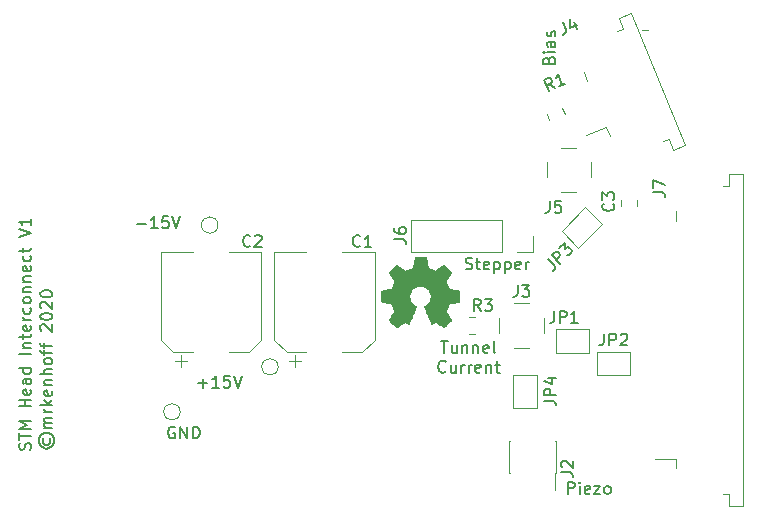
<source format=gbr>
G04 #@! TF.GenerationSoftware,KiCad,Pcbnew,5.1.6*
G04 #@! TF.CreationDate,2020-07-16T12:21:26+02:00*
G04 #@! TF.ProjectId,Head-Interconnect,48656164-2d49-46e7-9465-72636f6e6e65,rev?*
G04 #@! TF.SameCoordinates,Original*
G04 #@! TF.FileFunction,Legend,Top*
G04 #@! TF.FilePolarity,Positive*
%FSLAX46Y46*%
G04 Gerber Fmt 4.6, Leading zero omitted, Abs format (unit mm)*
G04 Created by KiCad (PCBNEW 5.1.6) date 2020-07-16 12:21:26*
%MOMM*%
%LPD*%
G01*
G04 APERTURE LIST*
%ADD10C,0.150000*%
%ADD11C,0.120000*%
%ADD12C,0.010000*%
G04 APERTURE END LIST*
D10*
X120790476Y-114554880D02*
X120742857Y-114650119D01*
X120742857Y-114840595D01*
X120790476Y-114935833D01*
X120885714Y-115031071D01*
X120980952Y-115078690D01*
X121171428Y-115078690D01*
X121266666Y-115031071D01*
X121361904Y-114935833D01*
X121409523Y-114840595D01*
X121409523Y-114650119D01*
X121361904Y-114554880D01*
X120409523Y-114745357D02*
X120457142Y-114983452D01*
X120600000Y-115221547D01*
X120838095Y-115364404D01*
X121076190Y-115412023D01*
X121314285Y-115364404D01*
X121552380Y-115221547D01*
X121695238Y-114983452D01*
X121742857Y-114745357D01*
X121695238Y-114507261D01*
X121552380Y-114269166D01*
X121314285Y-114126309D01*
X121076190Y-114078690D01*
X120838095Y-114126309D01*
X120600000Y-114269166D01*
X120457142Y-114507261D01*
X120409523Y-114745357D01*
X121552380Y-113650119D02*
X120885714Y-113650119D01*
X120980952Y-113650119D02*
X120933333Y-113602500D01*
X120885714Y-113507261D01*
X120885714Y-113364404D01*
X120933333Y-113269166D01*
X121028571Y-113221547D01*
X121552380Y-113221547D01*
X121028571Y-113221547D02*
X120933333Y-113173928D01*
X120885714Y-113078690D01*
X120885714Y-112935833D01*
X120933333Y-112840595D01*
X121028571Y-112792976D01*
X121552380Y-112792976D01*
X121552380Y-112316785D02*
X120885714Y-112316785D01*
X121076190Y-112316785D02*
X120980952Y-112269166D01*
X120933333Y-112221547D01*
X120885714Y-112126309D01*
X120885714Y-112031071D01*
X121552380Y-111697738D02*
X120552380Y-111697738D01*
X121171428Y-111602500D02*
X121552380Y-111316785D01*
X120885714Y-111316785D02*
X121266666Y-111697738D01*
X121504761Y-110507261D02*
X121552380Y-110602500D01*
X121552380Y-110792976D01*
X121504761Y-110888214D01*
X121409523Y-110935833D01*
X121028571Y-110935833D01*
X120933333Y-110888214D01*
X120885714Y-110792976D01*
X120885714Y-110602500D01*
X120933333Y-110507261D01*
X121028571Y-110459642D01*
X121123809Y-110459642D01*
X121219047Y-110935833D01*
X120885714Y-110031071D02*
X121552380Y-110031071D01*
X120980952Y-110031071D02*
X120933333Y-109983452D01*
X120885714Y-109888214D01*
X120885714Y-109745357D01*
X120933333Y-109650119D01*
X121028571Y-109602500D01*
X121552380Y-109602500D01*
X121552380Y-109126309D02*
X120552380Y-109126309D01*
X121552380Y-108697738D02*
X121028571Y-108697738D01*
X120933333Y-108745357D01*
X120885714Y-108840595D01*
X120885714Y-108983452D01*
X120933333Y-109078690D01*
X120980952Y-109126309D01*
X121552380Y-108078690D02*
X121504761Y-108173928D01*
X121457142Y-108221547D01*
X121361904Y-108269166D01*
X121076190Y-108269166D01*
X120980952Y-108221547D01*
X120933333Y-108173928D01*
X120885714Y-108078690D01*
X120885714Y-107935833D01*
X120933333Y-107840595D01*
X120980952Y-107792976D01*
X121076190Y-107745357D01*
X121361904Y-107745357D01*
X121457142Y-107792976D01*
X121504761Y-107840595D01*
X121552380Y-107935833D01*
X121552380Y-108078690D01*
X120885714Y-107459642D02*
X120885714Y-107078690D01*
X121552380Y-107316785D02*
X120695238Y-107316785D01*
X120600000Y-107269166D01*
X120552380Y-107173928D01*
X120552380Y-107078690D01*
X120885714Y-106888214D02*
X120885714Y-106507261D01*
X121552380Y-106745357D02*
X120695238Y-106745357D01*
X120600000Y-106697738D01*
X120552380Y-106602500D01*
X120552380Y-106507261D01*
X120647619Y-105459642D02*
X120600000Y-105412023D01*
X120552380Y-105316785D01*
X120552380Y-105078690D01*
X120600000Y-104983452D01*
X120647619Y-104935833D01*
X120742857Y-104888214D01*
X120838095Y-104888214D01*
X120980952Y-104935833D01*
X121552380Y-105507261D01*
X121552380Y-104888214D01*
X120552380Y-104269166D02*
X120552380Y-104173928D01*
X120600000Y-104078690D01*
X120647619Y-104031071D01*
X120742857Y-103983452D01*
X120933333Y-103935833D01*
X121171428Y-103935833D01*
X121361904Y-103983452D01*
X121457142Y-104031071D01*
X121504761Y-104078690D01*
X121552380Y-104173928D01*
X121552380Y-104269166D01*
X121504761Y-104364404D01*
X121457142Y-104412023D01*
X121361904Y-104459642D01*
X121171428Y-104507261D01*
X120933333Y-104507261D01*
X120742857Y-104459642D01*
X120647619Y-104412023D01*
X120600000Y-104364404D01*
X120552380Y-104269166D01*
X120647619Y-103554880D02*
X120600000Y-103507261D01*
X120552380Y-103412023D01*
X120552380Y-103173928D01*
X120600000Y-103078690D01*
X120647619Y-103031071D01*
X120742857Y-102983452D01*
X120838095Y-102983452D01*
X120980952Y-103031071D01*
X121552380Y-103602500D01*
X121552380Y-102983452D01*
X120552380Y-102364404D02*
X120552380Y-102269166D01*
X120600000Y-102173928D01*
X120647619Y-102126309D01*
X120742857Y-102078690D01*
X120933333Y-102031071D01*
X121171428Y-102031071D01*
X121361904Y-102078690D01*
X121457142Y-102126309D01*
X121504761Y-102173928D01*
X121552380Y-102269166D01*
X121552380Y-102364404D01*
X121504761Y-102459642D01*
X121457142Y-102507261D01*
X121361904Y-102554880D01*
X121171428Y-102602500D01*
X120933333Y-102602500D01*
X120742857Y-102554880D01*
X120647619Y-102507261D01*
X120600000Y-102459642D01*
X120552380Y-102364404D01*
X119704761Y-115512023D02*
X119752380Y-115369166D01*
X119752380Y-115131071D01*
X119704761Y-115035833D01*
X119657142Y-114988214D01*
X119561904Y-114940595D01*
X119466666Y-114940595D01*
X119371428Y-114988214D01*
X119323809Y-115035833D01*
X119276190Y-115131071D01*
X119228571Y-115321547D01*
X119180952Y-115416785D01*
X119133333Y-115464404D01*
X119038095Y-115512023D01*
X118942857Y-115512023D01*
X118847619Y-115464404D01*
X118800000Y-115416785D01*
X118752380Y-115321547D01*
X118752380Y-115083452D01*
X118800000Y-114940595D01*
X118752380Y-114654880D02*
X118752380Y-114083452D01*
X119752380Y-114369166D02*
X118752380Y-114369166D01*
X119752380Y-113750119D02*
X118752380Y-113750119D01*
X119466666Y-113416785D01*
X118752380Y-113083452D01*
X119752380Y-113083452D01*
X119752380Y-111845357D02*
X118752380Y-111845357D01*
X119228571Y-111845357D02*
X119228571Y-111273928D01*
X119752380Y-111273928D02*
X118752380Y-111273928D01*
X119704761Y-110416785D02*
X119752380Y-110512023D01*
X119752380Y-110702500D01*
X119704761Y-110797738D01*
X119609523Y-110845357D01*
X119228571Y-110845357D01*
X119133333Y-110797738D01*
X119085714Y-110702500D01*
X119085714Y-110512023D01*
X119133333Y-110416785D01*
X119228571Y-110369166D01*
X119323809Y-110369166D01*
X119419047Y-110845357D01*
X119752380Y-109512023D02*
X119228571Y-109512023D01*
X119133333Y-109559642D01*
X119085714Y-109654880D01*
X119085714Y-109845357D01*
X119133333Y-109940595D01*
X119704761Y-109512023D02*
X119752380Y-109607261D01*
X119752380Y-109845357D01*
X119704761Y-109940595D01*
X119609523Y-109988214D01*
X119514285Y-109988214D01*
X119419047Y-109940595D01*
X119371428Y-109845357D01*
X119371428Y-109607261D01*
X119323809Y-109512023D01*
X119752380Y-108607261D02*
X118752380Y-108607261D01*
X119704761Y-108607261D02*
X119752380Y-108702500D01*
X119752380Y-108892976D01*
X119704761Y-108988214D01*
X119657142Y-109035833D01*
X119561904Y-109083452D01*
X119276190Y-109083452D01*
X119180952Y-109035833D01*
X119133333Y-108988214D01*
X119085714Y-108892976D01*
X119085714Y-108702500D01*
X119133333Y-108607261D01*
X119752380Y-107369166D02*
X118752380Y-107369166D01*
X119085714Y-106892976D02*
X119752380Y-106892976D01*
X119180952Y-106892976D02*
X119133333Y-106845357D01*
X119085714Y-106750119D01*
X119085714Y-106607261D01*
X119133333Y-106512023D01*
X119228571Y-106464404D01*
X119752380Y-106464404D01*
X119085714Y-106131071D02*
X119085714Y-105750119D01*
X118752380Y-105988214D02*
X119609523Y-105988214D01*
X119704761Y-105940595D01*
X119752380Y-105845357D01*
X119752380Y-105750119D01*
X119704761Y-105035833D02*
X119752380Y-105131071D01*
X119752380Y-105321547D01*
X119704761Y-105416785D01*
X119609523Y-105464404D01*
X119228571Y-105464404D01*
X119133333Y-105416785D01*
X119085714Y-105321547D01*
X119085714Y-105131071D01*
X119133333Y-105035833D01*
X119228571Y-104988214D01*
X119323809Y-104988214D01*
X119419047Y-105464404D01*
X119752380Y-104559642D02*
X119085714Y-104559642D01*
X119276190Y-104559642D02*
X119180952Y-104512023D01*
X119133333Y-104464404D01*
X119085714Y-104369166D01*
X119085714Y-104273928D01*
X119704761Y-103512023D02*
X119752380Y-103607261D01*
X119752380Y-103797738D01*
X119704761Y-103892976D01*
X119657142Y-103940595D01*
X119561904Y-103988214D01*
X119276190Y-103988214D01*
X119180952Y-103940595D01*
X119133333Y-103892976D01*
X119085714Y-103797738D01*
X119085714Y-103607261D01*
X119133333Y-103512023D01*
X119752380Y-102940595D02*
X119704761Y-103035833D01*
X119657142Y-103083452D01*
X119561904Y-103131071D01*
X119276190Y-103131071D01*
X119180952Y-103083452D01*
X119133333Y-103035833D01*
X119085714Y-102940595D01*
X119085714Y-102797738D01*
X119133333Y-102702500D01*
X119180952Y-102654880D01*
X119276190Y-102607261D01*
X119561904Y-102607261D01*
X119657142Y-102654880D01*
X119704761Y-102702500D01*
X119752380Y-102797738D01*
X119752380Y-102940595D01*
X119085714Y-102178690D02*
X119752380Y-102178690D01*
X119180952Y-102178690D02*
X119133333Y-102131071D01*
X119085714Y-102035833D01*
X119085714Y-101892976D01*
X119133333Y-101797738D01*
X119228571Y-101750119D01*
X119752380Y-101750119D01*
X119085714Y-101273928D02*
X119752380Y-101273928D01*
X119180952Y-101273928D02*
X119133333Y-101226309D01*
X119085714Y-101131071D01*
X119085714Y-100988214D01*
X119133333Y-100892976D01*
X119228571Y-100845357D01*
X119752380Y-100845357D01*
X119704761Y-99988214D02*
X119752380Y-100083452D01*
X119752380Y-100273928D01*
X119704761Y-100369166D01*
X119609523Y-100416785D01*
X119228571Y-100416785D01*
X119133333Y-100369166D01*
X119085714Y-100273928D01*
X119085714Y-100083452D01*
X119133333Y-99988214D01*
X119228571Y-99940595D01*
X119323809Y-99940595D01*
X119419047Y-100416785D01*
X119704761Y-99083452D02*
X119752380Y-99178690D01*
X119752380Y-99369166D01*
X119704761Y-99464404D01*
X119657142Y-99512023D01*
X119561904Y-99559642D01*
X119276190Y-99559642D01*
X119180952Y-99512023D01*
X119133333Y-99464404D01*
X119085714Y-99369166D01*
X119085714Y-99178690D01*
X119133333Y-99083452D01*
X119085714Y-98797738D02*
X119085714Y-98416785D01*
X118752380Y-98654880D02*
X119609523Y-98654880D01*
X119704761Y-98607261D01*
X119752380Y-98512023D01*
X119752380Y-98416785D01*
X118752380Y-97464404D02*
X119752380Y-97131071D01*
X118752380Y-96797738D01*
X119752380Y-95940595D02*
X119752380Y-96512023D01*
X119752380Y-96226309D02*
X118752380Y-96226309D01*
X118895238Y-96321547D01*
X118990476Y-96416785D01*
X119038095Y-96512023D01*
X128738095Y-96371428D02*
X129500000Y-96371428D01*
X130500000Y-96752380D02*
X129928571Y-96752380D01*
X130214285Y-96752380D02*
X130214285Y-95752380D01*
X130119047Y-95895238D01*
X130023809Y-95990476D01*
X129928571Y-96038095D01*
X131404761Y-95752380D02*
X130928571Y-95752380D01*
X130880952Y-96228571D01*
X130928571Y-96180952D01*
X131023809Y-96133333D01*
X131261904Y-96133333D01*
X131357142Y-96180952D01*
X131404761Y-96228571D01*
X131452380Y-96323809D01*
X131452380Y-96561904D01*
X131404761Y-96657142D01*
X131357142Y-96704761D01*
X131261904Y-96752380D01*
X131023809Y-96752380D01*
X130928571Y-96704761D01*
X130880952Y-96657142D01*
X131738095Y-95752380D02*
X132071428Y-96752380D01*
X132404761Y-95752380D01*
X133938095Y-109871428D02*
X134700000Y-109871428D01*
X134319047Y-110252380D02*
X134319047Y-109490476D01*
X135700000Y-110252380D02*
X135128571Y-110252380D01*
X135414285Y-110252380D02*
X135414285Y-109252380D01*
X135319047Y-109395238D01*
X135223809Y-109490476D01*
X135128571Y-109538095D01*
X136604761Y-109252380D02*
X136128571Y-109252380D01*
X136080952Y-109728571D01*
X136128571Y-109680952D01*
X136223809Y-109633333D01*
X136461904Y-109633333D01*
X136557142Y-109680952D01*
X136604761Y-109728571D01*
X136652380Y-109823809D01*
X136652380Y-110061904D01*
X136604761Y-110157142D01*
X136557142Y-110204761D01*
X136461904Y-110252380D01*
X136223809Y-110252380D01*
X136128571Y-110204761D01*
X136080952Y-110157142D01*
X136938095Y-109252380D02*
X137271428Y-110252380D01*
X137604761Y-109252380D01*
X131938095Y-113600000D02*
X131842857Y-113552380D01*
X131700000Y-113552380D01*
X131557142Y-113600000D01*
X131461904Y-113695238D01*
X131414285Y-113790476D01*
X131366666Y-113980952D01*
X131366666Y-114123809D01*
X131414285Y-114314285D01*
X131461904Y-114409523D01*
X131557142Y-114504761D01*
X131700000Y-114552380D01*
X131795238Y-114552380D01*
X131938095Y-114504761D01*
X131985714Y-114457142D01*
X131985714Y-114123809D01*
X131795238Y-114123809D01*
X132414285Y-114552380D02*
X132414285Y-113552380D01*
X132985714Y-114552380D01*
X132985714Y-113552380D01*
X133461904Y-114552380D02*
X133461904Y-113552380D01*
X133700000Y-113552380D01*
X133842857Y-113600000D01*
X133938095Y-113695238D01*
X133985714Y-113790476D01*
X134033333Y-113980952D01*
X134033333Y-114123809D01*
X133985714Y-114314285D01*
X133938095Y-114409523D01*
X133842857Y-114504761D01*
X133700000Y-114552380D01*
X133461904Y-114552380D01*
X163628571Y-82523809D02*
X163676190Y-82380952D01*
X163723809Y-82333333D01*
X163819047Y-82285714D01*
X163961904Y-82285714D01*
X164057142Y-82333333D01*
X164104761Y-82380952D01*
X164152380Y-82476190D01*
X164152380Y-82857142D01*
X163152380Y-82857142D01*
X163152380Y-82523809D01*
X163200000Y-82428571D01*
X163247619Y-82380952D01*
X163342857Y-82333333D01*
X163438095Y-82333333D01*
X163533333Y-82380952D01*
X163580952Y-82428571D01*
X163628571Y-82523809D01*
X163628571Y-82857142D01*
X164152380Y-81857142D02*
X163485714Y-81857142D01*
X163152380Y-81857142D02*
X163200000Y-81904761D01*
X163247619Y-81857142D01*
X163200000Y-81809523D01*
X163152380Y-81857142D01*
X163247619Y-81857142D01*
X164152380Y-80952380D02*
X163628571Y-80952380D01*
X163533333Y-81000000D01*
X163485714Y-81095238D01*
X163485714Y-81285714D01*
X163533333Y-81380952D01*
X164104761Y-80952380D02*
X164152380Y-81047619D01*
X164152380Y-81285714D01*
X164104761Y-81380952D01*
X164009523Y-81428571D01*
X163914285Y-81428571D01*
X163819047Y-81380952D01*
X163771428Y-81285714D01*
X163771428Y-81047619D01*
X163723809Y-80952380D01*
X164104761Y-80523809D02*
X164152380Y-80428571D01*
X164152380Y-80238095D01*
X164104761Y-80142857D01*
X164009523Y-80095238D01*
X163961904Y-80095238D01*
X163866666Y-80142857D01*
X163819047Y-80238095D01*
X163819047Y-80380952D01*
X163771428Y-80476190D01*
X163676190Y-80523809D01*
X163628571Y-80523809D01*
X163533333Y-80476190D01*
X163485714Y-80380952D01*
X163485714Y-80238095D01*
X163533333Y-80142857D01*
X156557142Y-100204761D02*
X156700000Y-100252380D01*
X156938095Y-100252380D01*
X157033333Y-100204761D01*
X157080952Y-100157142D01*
X157128571Y-100061904D01*
X157128571Y-99966666D01*
X157080952Y-99871428D01*
X157033333Y-99823809D01*
X156938095Y-99776190D01*
X156747619Y-99728571D01*
X156652380Y-99680952D01*
X156604761Y-99633333D01*
X156557142Y-99538095D01*
X156557142Y-99442857D01*
X156604761Y-99347619D01*
X156652380Y-99300000D01*
X156747619Y-99252380D01*
X156985714Y-99252380D01*
X157128571Y-99300000D01*
X157414285Y-99585714D02*
X157795238Y-99585714D01*
X157557142Y-99252380D02*
X157557142Y-100109523D01*
X157604761Y-100204761D01*
X157700000Y-100252380D01*
X157795238Y-100252380D01*
X158509523Y-100204761D02*
X158414285Y-100252380D01*
X158223809Y-100252380D01*
X158128571Y-100204761D01*
X158080952Y-100109523D01*
X158080952Y-99728571D01*
X158128571Y-99633333D01*
X158223809Y-99585714D01*
X158414285Y-99585714D01*
X158509523Y-99633333D01*
X158557142Y-99728571D01*
X158557142Y-99823809D01*
X158080952Y-99919047D01*
X158985714Y-99585714D02*
X158985714Y-100585714D01*
X158985714Y-99633333D02*
X159080952Y-99585714D01*
X159271428Y-99585714D01*
X159366666Y-99633333D01*
X159414285Y-99680952D01*
X159461904Y-99776190D01*
X159461904Y-100061904D01*
X159414285Y-100157142D01*
X159366666Y-100204761D01*
X159271428Y-100252380D01*
X159080952Y-100252380D01*
X158985714Y-100204761D01*
X159890476Y-99585714D02*
X159890476Y-100585714D01*
X159890476Y-99633333D02*
X159985714Y-99585714D01*
X160176190Y-99585714D01*
X160271428Y-99633333D01*
X160319047Y-99680952D01*
X160366666Y-99776190D01*
X160366666Y-100061904D01*
X160319047Y-100157142D01*
X160271428Y-100204761D01*
X160176190Y-100252380D01*
X159985714Y-100252380D01*
X159890476Y-100204761D01*
X161176190Y-100204761D02*
X161080952Y-100252380D01*
X160890476Y-100252380D01*
X160795238Y-100204761D01*
X160747619Y-100109523D01*
X160747619Y-99728571D01*
X160795238Y-99633333D01*
X160890476Y-99585714D01*
X161080952Y-99585714D01*
X161176190Y-99633333D01*
X161223809Y-99728571D01*
X161223809Y-99823809D01*
X160747619Y-99919047D01*
X161652380Y-100252380D02*
X161652380Y-99585714D01*
X161652380Y-99776190D02*
X161700000Y-99680952D01*
X161747619Y-99633333D01*
X161842857Y-99585714D01*
X161938095Y-99585714D01*
X154466666Y-106327380D02*
X155038095Y-106327380D01*
X154752380Y-107327380D02*
X154752380Y-106327380D01*
X155800000Y-106660714D02*
X155800000Y-107327380D01*
X155371428Y-106660714D02*
X155371428Y-107184523D01*
X155419047Y-107279761D01*
X155514285Y-107327380D01*
X155657142Y-107327380D01*
X155752380Y-107279761D01*
X155800000Y-107232142D01*
X156276190Y-106660714D02*
X156276190Y-107327380D01*
X156276190Y-106755952D02*
X156323809Y-106708333D01*
X156419047Y-106660714D01*
X156561904Y-106660714D01*
X156657142Y-106708333D01*
X156704761Y-106803571D01*
X156704761Y-107327380D01*
X157180952Y-106660714D02*
X157180952Y-107327380D01*
X157180952Y-106755952D02*
X157228571Y-106708333D01*
X157323809Y-106660714D01*
X157466666Y-106660714D01*
X157561904Y-106708333D01*
X157609523Y-106803571D01*
X157609523Y-107327380D01*
X158466666Y-107279761D02*
X158371428Y-107327380D01*
X158180952Y-107327380D01*
X158085714Y-107279761D01*
X158038095Y-107184523D01*
X158038095Y-106803571D01*
X158085714Y-106708333D01*
X158180952Y-106660714D01*
X158371428Y-106660714D01*
X158466666Y-106708333D01*
X158514285Y-106803571D01*
X158514285Y-106898809D01*
X158038095Y-106994047D01*
X159085714Y-107327380D02*
X158990476Y-107279761D01*
X158942857Y-107184523D01*
X158942857Y-106327380D01*
X154871428Y-108882142D02*
X154823809Y-108929761D01*
X154680952Y-108977380D01*
X154585714Y-108977380D01*
X154442857Y-108929761D01*
X154347619Y-108834523D01*
X154300000Y-108739285D01*
X154252380Y-108548809D01*
X154252380Y-108405952D01*
X154300000Y-108215476D01*
X154347619Y-108120238D01*
X154442857Y-108025000D01*
X154585714Y-107977380D01*
X154680952Y-107977380D01*
X154823809Y-108025000D01*
X154871428Y-108072619D01*
X155728571Y-108310714D02*
X155728571Y-108977380D01*
X155300000Y-108310714D02*
X155300000Y-108834523D01*
X155347619Y-108929761D01*
X155442857Y-108977380D01*
X155585714Y-108977380D01*
X155680952Y-108929761D01*
X155728571Y-108882142D01*
X156204761Y-108977380D02*
X156204761Y-108310714D01*
X156204761Y-108501190D02*
X156252380Y-108405952D01*
X156300000Y-108358333D01*
X156395238Y-108310714D01*
X156490476Y-108310714D01*
X156823809Y-108977380D02*
X156823809Y-108310714D01*
X156823809Y-108501190D02*
X156871428Y-108405952D01*
X156919047Y-108358333D01*
X157014285Y-108310714D01*
X157109523Y-108310714D01*
X157823809Y-108929761D02*
X157728571Y-108977380D01*
X157538095Y-108977380D01*
X157442857Y-108929761D01*
X157395238Y-108834523D01*
X157395238Y-108453571D01*
X157442857Y-108358333D01*
X157538095Y-108310714D01*
X157728571Y-108310714D01*
X157823809Y-108358333D01*
X157871428Y-108453571D01*
X157871428Y-108548809D01*
X157395238Y-108644047D01*
X158300000Y-108310714D02*
X158300000Y-108977380D01*
X158300000Y-108405952D02*
X158347619Y-108358333D01*
X158442857Y-108310714D01*
X158585714Y-108310714D01*
X158680952Y-108358333D01*
X158728571Y-108453571D01*
X158728571Y-108977380D01*
X159061904Y-108310714D02*
X159442857Y-108310714D01*
X159204761Y-107977380D02*
X159204761Y-108834523D01*
X159252380Y-108929761D01*
X159347619Y-108977380D01*
X159442857Y-108977380D01*
X165214285Y-119252380D02*
X165214285Y-118252380D01*
X165595238Y-118252380D01*
X165690476Y-118300000D01*
X165738095Y-118347619D01*
X165785714Y-118442857D01*
X165785714Y-118585714D01*
X165738095Y-118680952D01*
X165690476Y-118728571D01*
X165595238Y-118776190D01*
X165214285Y-118776190D01*
X166214285Y-119252380D02*
X166214285Y-118585714D01*
X166214285Y-118252380D02*
X166166666Y-118300000D01*
X166214285Y-118347619D01*
X166261904Y-118300000D01*
X166214285Y-118252380D01*
X166214285Y-118347619D01*
X167071428Y-119204761D02*
X166976190Y-119252380D01*
X166785714Y-119252380D01*
X166690476Y-119204761D01*
X166642857Y-119109523D01*
X166642857Y-118728571D01*
X166690476Y-118633333D01*
X166785714Y-118585714D01*
X166976190Y-118585714D01*
X167071428Y-118633333D01*
X167119047Y-118728571D01*
X167119047Y-118823809D01*
X166642857Y-118919047D01*
X167452380Y-118585714D02*
X167976190Y-118585714D01*
X167452380Y-119252380D01*
X167976190Y-119252380D01*
X168500000Y-119252380D02*
X168404761Y-119204761D01*
X168357142Y-119157142D01*
X168309523Y-119061904D01*
X168309523Y-118776190D01*
X168357142Y-118680952D01*
X168404761Y-118633333D01*
X168500000Y-118585714D01*
X168642857Y-118585714D01*
X168738095Y-118633333D01*
X168785714Y-118680952D01*
X168833333Y-118776190D01*
X168833333Y-119061904D01*
X168785714Y-119157142D01*
X168738095Y-119204761D01*
X168642857Y-119252380D01*
X168500000Y-119252380D01*
D11*
X171500000Y-80000000D02*
X172000000Y-80000000D01*
X163642235Y-87611127D02*
X163443967Y-87127701D01*
X164956033Y-87072299D02*
X164757765Y-86588873D01*
X169690000Y-94861252D02*
X169690000Y-94338748D01*
X171110000Y-94861252D02*
X171110000Y-94338748D01*
X166874482Y-84334747D02*
X166561431Y-83571449D01*
X168441636Y-88155863D02*
X166776259Y-88838884D01*
X168754687Y-88919161D02*
X168441636Y-88155863D01*
X173745111Y-89201641D02*
X173245498Y-89406547D01*
X174134054Y-90149981D02*
X173745111Y-89201641D01*
X175161037Y-89728784D02*
X174134054Y-90149981D01*
X170554439Y-78496738D02*
X175161037Y-89728784D01*
X169527456Y-78917935D02*
X170554439Y-78496738D01*
X169916399Y-79866275D02*
X169527456Y-78917935D01*
X169416785Y-80071181D02*
X169916399Y-79866275D01*
X174390000Y-96135000D02*
X174390000Y-95310000D01*
X174390000Y-116265000D02*
X172590000Y-116265000D01*
X174390000Y-117090000D02*
X174390000Y-116265000D01*
X178900000Y-119245000D02*
X178360000Y-119245000D01*
X178900000Y-120270000D02*
X178900000Y-119245000D01*
X180010000Y-120270000D02*
X178900000Y-120270000D01*
X180010000Y-92130000D02*
X180010000Y-120270000D01*
X178900000Y-92130000D02*
X180010000Y-92130000D01*
X178900000Y-93155000D02*
X178900000Y-92130000D01*
X178360000Y-93155000D02*
X178900000Y-93155000D01*
D12*
G36*
X153255814Y-99668931D02*
G01*
X153339635Y-100113555D01*
X153648920Y-100241053D01*
X153958206Y-100368551D01*
X154329246Y-100116246D01*
X154433157Y-100045996D01*
X154527087Y-99983272D01*
X154606652Y-99930938D01*
X154667470Y-99891857D01*
X154705157Y-99868893D01*
X154715421Y-99863942D01*
X154733910Y-99876676D01*
X154773420Y-99911882D01*
X154829522Y-99965062D01*
X154897787Y-100031718D01*
X154973786Y-100107354D01*
X155053092Y-100187472D01*
X155131275Y-100267574D01*
X155203907Y-100343164D01*
X155266559Y-100409745D01*
X155314803Y-100462818D01*
X155344210Y-100497887D01*
X155351241Y-100509623D01*
X155341123Y-100531260D01*
X155312759Y-100578662D01*
X155269129Y-100647193D01*
X155213218Y-100732215D01*
X155148006Y-100829093D01*
X155110219Y-100884350D01*
X155041343Y-100985248D01*
X154980140Y-101076299D01*
X154929578Y-101152970D01*
X154892628Y-101210728D01*
X154872258Y-101245043D01*
X154869197Y-101252254D01*
X154876136Y-101272748D01*
X154895051Y-101320513D01*
X154923087Y-101388832D01*
X154957391Y-101470989D01*
X154995109Y-101560270D01*
X155033387Y-101649958D01*
X155069370Y-101733338D01*
X155100206Y-101803694D01*
X155123039Y-101854310D01*
X155135017Y-101878471D01*
X155135724Y-101879422D01*
X155154531Y-101884036D01*
X155204618Y-101894328D01*
X155280793Y-101909287D01*
X155377865Y-101927901D01*
X155490643Y-101949159D01*
X155556442Y-101961418D01*
X155676950Y-101984362D01*
X155785797Y-102006195D01*
X155877476Y-102025722D01*
X155946481Y-102041748D01*
X155987304Y-102053079D01*
X155995511Y-102056674D01*
X156003548Y-102081006D01*
X156010033Y-102135959D01*
X156014970Y-102215108D01*
X156018364Y-102312026D01*
X156020218Y-102420287D01*
X156020538Y-102533465D01*
X156019327Y-102645135D01*
X156016590Y-102748868D01*
X156012331Y-102838241D01*
X156006555Y-102906826D01*
X155999267Y-102948197D01*
X155994895Y-102956810D01*
X155968764Y-102967133D01*
X155913393Y-102981892D01*
X155836107Y-102999352D01*
X155744230Y-103017780D01*
X155712158Y-103023741D01*
X155557524Y-103052066D01*
X155435375Y-103074876D01*
X155341673Y-103093080D01*
X155272384Y-103107583D01*
X155223471Y-103119292D01*
X155190897Y-103129115D01*
X155170628Y-103137956D01*
X155158626Y-103146724D01*
X155156947Y-103148457D01*
X155140184Y-103176371D01*
X155114614Y-103230695D01*
X155082788Y-103304777D01*
X155047260Y-103391965D01*
X155010583Y-103485608D01*
X154975311Y-103579052D01*
X154943996Y-103665647D01*
X154919193Y-103738740D01*
X154903454Y-103791678D01*
X154899332Y-103817811D01*
X154899676Y-103818726D01*
X154913641Y-103840086D01*
X154945322Y-103887084D01*
X154991391Y-103954827D01*
X155048518Y-104038423D01*
X155113373Y-104132982D01*
X155131843Y-104159854D01*
X155197699Y-104257275D01*
X155255650Y-104346163D01*
X155302538Y-104421412D01*
X155335207Y-104477920D01*
X155350500Y-104510581D01*
X155351241Y-104514593D01*
X155338392Y-104535684D01*
X155302888Y-104577464D01*
X155249293Y-104635445D01*
X155182171Y-104705135D01*
X155106087Y-104782045D01*
X155025604Y-104861683D01*
X154945287Y-104939561D01*
X154869699Y-105011186D01*
X154803405Y-105072070D01*
X154750969Y-105117721D01*
X154716955Y-105143650D01*
X154707545Y-105147883D01*
X154685643Y-105137912D01*
X154640800Y-105111020D01*
X154580321Y-105071736D01*
X154533789Y-105040117D01*
X154449475Y-104982098D01*
X154349626Y-104913784D01*
X154249473Y-104845579D01*
X154195627Y-104809075D01*
X154013371Y-104685800D01*
X153860381Y-104768520D01*
X153790682Y-104804759D01*
X153731414Y-104832926D01*
X153691311Y-104848991D01*
X153681103Y-104851226D01*
X153668829Y-104834722D01*
X153644613Y-104788082D01*
X153610263Y-104715609D01*
X153567588Y-104621606D01*
X153518394Y-104510374D01*
X153464490Y-104386215D01*
X153407684Y-104253432D01*
X153349782Y-104116327D01*
X153292593Y-103979202D01*
X153237924Y-103846358D01*
X153187584Y-103722098D01*
X153143380Y-103610725D01*
X153107119Y-103516539D01*
X153080609Y-103443844D01*
X153065658Y-103396941D01*
X153063254Y-103380833D01*
X153082311Y-103360286D01*
X153124036Y-103326933D01*
X153179706Y-103287702D01*
X153184378Y-103284599D01*
X153328264Y-103169423D01*
X153444283Y-103035053D01*
X153531430Y-102885784D01*
X153588699Y-102725913D01*
X153615086Y-102559737D01*
X153609585Y-102391552D01*
X153571190Y-102225655D01*
X153498895Y-102066342D01*
X153477626Y-102031487D01*
X153366996Y-101890737D01*
X153236302Y-101777714D01*
X153090064Y-101693003D01*
X152932808Y-101637194D01*
X152769057Y-101610874D01*
X152603333Y-101614630D01*
X152440162Y-101649050D01*
X152284065Y-101714723D01*
X152139567Y-101812235D01*
X152094869Y-101851813D01*
X151981112Y-101975703D01*
X151898218Y-102106124D01*
X151841356Y-102252315D01*
X151809687Y-102397088D01*
X151801869Y-102559860D01*
X151827938Y-102723440D01*
X151885245Y-102882298D01*
X151971144Y-103030906D01*
X152082986Y-103163735D01*
X152218123Y-103275256D01*
X152235883Y-103287011D01*
X152292150Y-103325508D01*
X152334923Y-103358863D01*
X152355372Y-103380160D01*
X152355669Y-103380833D01*
X152351279Y-103403871D01*
X152333876Y-103456157D01*
X152305268Y-103533390D01*
X152267265Y-103631268D01*
X152221674Y-103745491D01*
X152170303Y-103871758D01*
X152114962Y-104005767D01*
X152057458Y-104143218D01*
X151999601Y-104279808D01*
X151943198Y-104411237D01*
X151890058Y-104533205D01*
X151841990Y-104641409D01*
X151800801Y-104731549D01*
X151768301Y-104799323D01*
X151746297Y-104840430D01*
X151737436Y-104851226D01*
X151710360Y-104842819D01*
X151659697Y-104820272D01*
X151594183Y-104787613D01*
X151558159Y-104768520D01*
X151405168Y-104685800D01*
X151222912Y-104809075D01*
X151129875Y-104872228D01*
X151028015Y-104941727D01*
X150932562Y-105007165D01*
X150884750Y-105040117D01*
X150817505Y-105085273D01*
X150760564Y-105121057D01*
X150721354Y-105142938D01*
X150708619Y-105147563D01*
X150690083Y-105135085D01*
X150649059Y-105100252D01*
X150589525Y-105046678D01*
X150515458Y-104977983D01*
X150430835Y-104897781D01*
X150377315Y-104846286D01*
X150283681Y-104754286D01*
X150202759Y-104671999D01*
X150137823Y-104602945D01*
X150092142Y-104550644D01*
X150068989Y-104518616D01*
X150066768Y-104512116D01*
X150077076Y-104487394D01*
X150105561Y-104437405D01*
X150149063Y-104367212D01*
X150204423Y-104281875D01*
X150268480Y-104186456D01*
X150286697Y-104159854D01*
X150353073Y-104063167D01*
X150412622Y-103976117D01*
X150462016Y-103903595D01*
X150497925Y-103850493D01*
X150517019Y-103821703D01*
X150518864Y-103818726D01*
X150516105Y-103795782D01*
X150501462Y-103745336D01*
X150477487Y-103674041D01*
X150446734Y-103588547D01*
X150411756Y-103495507D01*
X150375107Y-103401574D01*
X150339339Y-103313399D01*
X150307006Y-103237634D01*
X150280662Y-103180931D01*
X150262858Y-103149943D01*
X150261593Y-103148457D01*
X150250706Y-103139601D01*
X150232318Y-103130843D01*
X150202394Y-103121277D01*
X150156897Y-103109996D01*
X150091791Y-103096093D01*
X150003039Y-103078663D01*
X149886607Y-103056798D01*
X149738458Y-103029591D01*
X149706382Y-103023741D01*
X149611314Y-103005374D01*
X149528435Y-102987405D01*
X149465070Y-102971569D01*
X149428542Y-102959600D01*
X149423644Y-102956810D01*
X149415573Y-102932072D01*
X149409013Y-102876790D01*
X149403967Y-102797389D01*
X149400441Y-102700296D01*
X149398439Y-102591938D01*
X149397964Y-102478740D01*
X149399023Y-102367128D01*
X149401618Y-102263529D01*
X149405754Y-102174368D01*
X149411437Y-102106072D01*
X149418669Y-102065066D01*
X149423029Y-102056674D01*
X149447302Y-102048208D01*
X149502574Y-102034435D01*
X149583338Y-102016550D01*
X149684088Y-101995748D01*
X149799317Y-101973223D01*
X149862098Y-101961418D01*
X149981213Y-101939151D01*
X150087435Y-101918979D01*
X150175573Y-101901915D01*
X150240434Y-101888969D01*
X150276826Y-101881155D01*
X150282816Y-101879422D01*
X150292939Y-101859890D01*
X150314338Y-101812843D01*
X150344161Y-101745003D01*
X150379555Y-101663091D01*
X150417668Y-101573828D01*
X150455647Y-101483935D01*
X150490640Y-101400135D01*
X150519794Y-101329147D01*
X150540257Y-101277694D01*
X150549177Y-101252497D01*
X150549343Y-101251396D01*
X150539231Y-101231519D01*
X150510883Y-101185777D01*
X150467277Y-101118717D01*
X150411394Y-101034884D01*
X150346213Y-100938826D01*
X150308321Y-100883650D01*
X150239275Y-100782481D01*
X150177950Y-100690630D01*
X150127337Y-100612744D01*
X150090429Y-100553469D01*
X150070218Y-100517451D01*
X150067299Y-100509377D01*
X150079847Y-100490584D01*
X150114537Y-100450457D01*
X150166937Y-100393493D01*
X150232616Y-100324185D01*
X150307144Y-100247031D01*
X150386087Y-100166525D01*
X150465017Y-100087163D01*
X150539500Y-100013440D01*
X150605106Y-99949852D01*
X150657404Y-99900894D01*
X150691961Y-99871061D01*
X150703522Y-99863942D01*
X150722346Y-99873953D01*
X150767369Y-99902078D01*
X150834213Y-99945454D01*
X150918501Y-100001218D01*
X151015856Y-100066506D01*
X151089293Y-100116246D01*
X151460333Y-100368551D01*
X152078905Y-100113555D01*
X152162725Y-99668931D01*
X152246546Y-99224307D01*
X153171994Y-99224307D01*
X153255814Y-99668931D01*
G37*
X153255814Y-99668931D02*
X153339635Y-100113555D01*
X153648920Y-100241053D01*
X153958206Y-100368551D01*
X154329246Y-100116246D01*
X154433157Y-100045996D01*
X154527087Y-99983272D01*
X154606652Y-99930938D01*
X154667470Y-99891857D01*
X154705157Y-99868893D01*
X154715421Y-99863942D01*
X154733910Y-99876676D01*
X154773420Y-99911882D01*
X154829522Y-99965062D01*
X154897787Y-100031718D01*
X154973786Y-100107354D01*
X155053092Y-100187472D01*
X155131275Y-100267574D01*
X155203907Y-100343164D01*
X155266559Y-100409745D01*
X155314803Y-100462818D01*
X155344210Y-100497887D01*
X155351241Y-100509623D01*
X155341123Y-100531260D01*
X155312759Y-100578662D01*
X155269129Y-100647193D01*
X155213218Y-100732215D01*
X155148006Y-100829093D01*
X155110219Y-100884350D01*
X155041343Y-100985248D01*
X154980140Y-101076299D01*
X154929578Y-101152970D01*
X154892628Y-101210728D01*
X154872258Y-101245043D01*
X154869197Y-101252254D01*
X154876136Y-101272748D01*
X154895051Y-101320513D01*
X154923087Y-101388832D01*
X154957391Y-101470989D01*
X154995109Y-101560270D01*
X155033387Y-101649958D01*
X155069370Y-101733338D01*
X155100206Y-101803694D01*
X155123039Y-101854310D01*
X155135017Y-101878471D01*
X155135724Y-101879422D01*
X155154531Y-101884036D01*
X155204618Y-101894328D01*
X155280793Y-101909287D01*
X155377865Y-101927901D01*
X155490643Y-101949159D01*
X155556442Y-101961418D01*
X155676950Y-101984362D01*
X155785797Y-102006195D01*
X155877476Y-102025722D01*
X155946481Y-102041748D01*
X155987304Y-102053079D01*
X155995511Y-102056674D01*
X156003548Y-102081006D01*
X156010033Y-102135959D01*
X156014970Y-102215108D01*
X156018364Y-102312026D01*
X156020218Y-102420287D01*
X156020538Y-102533465D01*
X156019327Y-102645135D01*
X156016590Y-102748868D01*
X156012331Y-102838241D01*
X156006555Y-102906826D01*
X155999267Y-102948197D01*
X155994895Y-102956810D01*
X155968764Y-102967133D01*
X155913393Y-102981892D01*
X155836107Y-102999352D01*
X155744230Y-103017780D01*
X155712158Y-103023741D01*
X155557524Y-103052066D01*
X155435375Y-103074876D01*
X155341673Y-103093080D01*
X155272384Y-103107583D01*
X155223471Y-103119292D01*
X155190897Y-103129115D01*
X155170628Y-103137956D01*
X155158626Y-103146724D01*
X155156947Y-103148457D01*
X155140184Y-103176371D01*
X155114614Y-103230695D01*
X155082788Y-103304777D01*
X155047260Y-103391965D01*
X155010583Y-103485608D01*
X154975311Y-103579052D01*
X154943996Y-103665647D01*
X154919193Y-103738740D01*
X154903454Y-103791678D01*
X154899332Y-103817811D01*
X154899676Y-103818726D01*
X154913641Y-103840086D01*
X154945322Y-103887084D01*
X154991391Y-103954827D01*
X155048518Y-104038423D01*
X155113373Y-104132982D01*
X155131843Y-104159854D01*
X155197699Y-104257275D01*
X155255650Y-104346163D01*
X155302538Y-104421412D01*
X155335207Y-104477920D01*
X155350500Y-104510581D01*
X155351241Y-104514593D01*
X155338392Y-104535684D01*
X155302888Y-104577464D01*
X155249293Y-104635445D01*
X155182171Y-104705135D01*
X155106087Y-104782045D01*
X155025604Y-104861683D01*
X154945287Y-104939561D01*
X154869699Y-105011186D01*
X154803405Y-105072070D01*
X154750969Y-105117721D01*
X154716955Y-105143650D01*
X154707545Y-105147883D01*
X154685643Y-105137912D01*
X154640800Y-105111020D01*
X154580321Y-105071736D01*
X154533789Y-105040117D01*
X154449475Y-104982098D01*
X154349626Y-104913784D01*
X154249473Y-104845579D01*
X154195627Y-104809075D01*
X154013371Y-104685800D01*
X153860381Y-104768520D01*
X153790682Y-104804759D01*
X153731414Y-104832926D01*
X153691311Y-104848991D01*
X153681103Y-104851226D01*
X153668829Y-104834722D01*
X153644613Y-104788082D01*
X153610263Y-104715609D01*
X153567588Y-104621606D01*
X153518394Y-104510374D01*
X153464490Y-104386215D01*
X153407684Y-104253432D01*
X153349782Y-104116327D01*
X153292593Y-103979202D01*
X153237924Y-103846358D01*
X153187584Y-103722098D01*
X153143380Y-103610725D01*
X153107119Y-103516539D01*
X153080609Y-103443844D01*
X153065658Y-103396941D01*
X153063254Y-103380833D01*
X153082311Y-103360286D01*
X153124036Y-103326933D01*
X153179706Y-103287702D01*
X153184378Y-103284599D01*
X153328264Y-103169423D01*
X153444283Y-103035053D01*
X153531430Y-102885784D01*
X153588699Y-102725913D01*
X153615086Y-102559737D01*
X153609585Y-102391552D01*
X153571190Y-102225655D01*
X153498895Y-102066342D01*
X153477626Y-102031487D01*
X153366996Y-101890737D01*
X153236302Y-101777714D01*
X153090064Y-101693003D01*
X152932808Y-101637194D01*
X152769057Y-101610874D01*
X152603333Y-101614630D01*
X152440162Y-101649050D01*
X152284065Y-101714723D01*
X152139567Y-101812235D01*
X152094869Y-101851813D01*
X151981112Y-101975703D01*
X151898218Y-102106124D01*
X151841356Y-102252315D01*
X151809687Y-102397088D01*
X151801869Y-102559860D01*
X151827938Y-102723440D01*
X151885245Y-102882298D01*
X151971144Y-103030906D01*
X152082986Y-103163735D01*
X152218123Y-103275256D01*
X152235883Y-103287011D01*
X152292150Y-103325508D01*
X152334923Y-103358863D01*
X152355372Y-103380160D01*
X152355669Y-103380833D01*
X152351279Y-103403871D01*
X152333876Y-103456157D01*
X152305268Y-103533390D01*
X152267265Y-103631268D01*
X152221674Y-103745491D01*
X152170303Y-103871758D01*
X152114962Y-104005767D01*
X152057458Y-104143218D01*
X151999601Y-104279808D01*
X151943198Y-104411237D01*
X151890058Y-104533205D01*
X151841990Y-104641409D01*
X151800801Y-104731549D01*
X151768301Y-104799323D01*
X151746297Y-104840430D01*
X151737436Y-104851226D01*
X151710360Y-104842819D01*
X151659697Y-104820272D01*
X151594183Y-104787613D01*
X151558159Y-104768520D01*
X151405168Y-104685800D01*
X151222912Y-104809075D01*
X151129875Y-104872228D01*
X151028015Y-104941727D01*
X150932562Y-105007165D01*
X150884750Y-105040117D01*
X150817505Y-105085273D01*
X150760564Y-105121057D01*
X150721354Y-105142938D01*
X150708619Y-105147563D01*
X150690083Y-105135085D01*
X150649059Y-105100252D01*
X150589525Y-105046678D01*
X150515458Y-104977983D01*
X150430835Y-104897781D01*
X150377315Y-104846286D01*
X150283681Y-104754286D01*
X150202759Y-104671999D01*
X150137823Y-104602945D01*
X150092142Y-104550644D01*
X150068989Y-104518616D01*
X150066768Y-104512116D01*
X150077076Y-104487394D01*
X150105561Y-104437405D01*
X150149063Y-104367212D01*
X150204423Y-104281875D01*
X150268480Y-104186456D01*
X150286697Y-104159854D01*
X150353073Y-104063167D01*
X150412622Y-103976117D01*
X150462016Y-103903595D01*
X150497925Y-103850493D01*
X150517019Y-103821703D01*
X150518864Y-103818726D01*
X150516105Y-103795782D01*
X150501462Y-103745336D01*
X150477487Y-103674041D01*
X150446734Y-103588547D01*
X150411756Y-103495507D01*
X150375107Y-103401574D01*
X150339339Y-103313399D01*
X150307006Y-103237634D01*
X150280662Y-103180931D01*
X150262858Y-103149943D01*
X150261593Y-103148457D01*
X150250706Y-103139601D01*
X150232318Y-103130843D01*
X150202394Y-103121277D01*
X150156897Y-103109996D01*
X150091791Y-103096093D01*
X150003039Y-103078663D01*
X149886607Y-103056798D01*
X149738458Y-103029591D01*
X149706382Y-103023741D01*
X149611314Y-103005374D01*
X149528435Y-102987405D01*
X149465070Y-102971569D01*
X149428542Y-102959600D01*
X149423644Y-102956810D01*
X149415573Y-102932072D01*
X149409013Y-102876790D01*
X149403967Y-102797389D01*
X149400441Y-102700296D01*
X149398439Y-102591938D01*
X149397964Y-102478740D01*
X149399023Y-102367128D01*
X149401618Y-102263529D01*
X149405754Y-102174368D01*
X149411437Y-102106072D01*
X149418669Y-102065066D01*
X149423029Y-102056674D01*
X149447302Y-102048208D01*
X149502574Y-102034435D01*
X149583338Y-102016550D01*
X149684088Y-101995748D01*
X149799317Y-101973223D01*
X149862098Y-101961418D01*
X149981213Y-101939151D01*
X150087435Y-101918979D01*
X150175573Y-101901915D01*
X150240434Y-101888969D01*
X150276826Y-101881155D01*
X150282816Y-101879422D01*
X150292939Y-101859890D01*
X150314338Y-101812843D01*
X150344161Y-101745003D01*
X150379555Y-101663091D01*
X150417668Y-101573828D01*
X150455647Y-101483935D01*
X150490640Y-101400135D01*
X150519794Y-101329147D01*
X150540257Y-101277694D01*
X150549177Y-101252497D01*
X150549343Y-101251396D01*
X150539231Y-101231519D01*
X150510883Y-101185777D01*
X150467277Y-101118717D01*
X150411394Y-101034884D01*
X150346213Y-100938826D01*
X150308321Y-100883650D01*
X150239275Y-100782481D01*
X150177950Y-100690630D01*
X150127337Y-100612744D01*
X150090429Y-100553469D01*
X150070218Y-100517451D01*
X150067299Y-100509377D01*
X150079847Y-100490584D01*
X150114537Y-100450457D01*
X150166937Y-100393493D01*
X150232616Y-100324185D01*
X150307144Y-100247031D01*
X150386087Y-100166525D01*
X150465017Y-100087163D01*
X150539500Y-100013440D01*
X150605106Y-99949852D01*
X150657404Y-99900894D01*
X150691961Y-99871061D01*
X150703522Y-99863942D01*
X150722346Y-99873953D01*
X150767369Y-99902078D01*
X150834213Y-99945454D01*
X150918501Y-100001218D01*
X151015856Y-100066506D01*
X151089293Y-100116246D01*
X151460333Y-100368551D01*
X152078905Y-100113555D01*
X152162725Y-99668931D01*
X152246546Y-99224307D01*
X153171994Y-99224307D01*
X153255814Y-99668931D01*
D11*
X162597000Y-111948000D02*
X160597000Y-111948000D01*
X162597000Y-109148000D02*
X162597000Y-111948000D01*
X160597000Y-109148000D02*
X162597000Y-109148000D01*
X160597000Y-111948000D02*
X160597000Y-109148000D01*
X166682843Y-95002944D02*
X168097056Y-96417157D01*
X164702944Y-96982843D02*
X166682843Y-95002944D01*
X166117157Y-98397056D02*
X164702944Y-96982843D01*
X168097056Y-96417157D02*
X166117157Y-98397056D01*
X159630000Y-96070000D02*
X159630000Y-98730000D01*
X159630000Y-96070000D02*
X151950000Y-96070000D01*
X151950000Y-96070000D02*
X151950000Y-98730000D01*
X159630000Y-98730000D02*
X151950000Y-98730000D01*
X162230000Y-98730000D02*
X160900000Y-98730000D01*
X162230000Y-97400000D02*
X162230000Y-98730000D01*
X164197000Y-114806000D02*
X164197000Y-117466000D01*
X164197000Y-117466000D02*
X164137000Y-117466000D01*
X160327000Y-117466000D02*
X160267000Y-117466000D01*
X160267000Y-114806000D02*
X160267000Y-117466000D01*
X164197000Y-114806000D02*
X164137000Y-114806000D01*
X160327000Y-114806000D02*
X160267000Y-114806000D01*
X164137000Y-117466000D02*
X164137000Y-118926000D01*
X135600000Y-96500000D02*
G75*
G03*
X135600000Y-96500000I-700000J0D01*
G01*
X132400000Y-112300000D02*
G75*
G03*
X132400000Y-112300000I-700000J0D01*
G01*
X140700000Y-108500000D02*
G75*
G03*
X140700000Y-108500000I-700000J0D01*
G01*
X167170000Y-92420000D02*
X167170000Y-91180000D01*
X163430000Y-92420000D02*
X163430000Y-91180000D01*
X165920000Y-89930000D02*
X164680000Y-89930000D01*
X165920000Y-93670000D02*
X164680000Y-93670000D01*
X167700000Y-109200000D02*
X167700000Y-107200000D01*
X170500000Y-109200000D02*
X167700000Y-109200000D01*
X170500000Y-107200000D02*
X170500000Y-109200000D01*
X167700000Y-107200000D02*
X170500000Y-107200000D01*
X164200000Y-107300000D02*
X164200000Y-105300000D01*
X167000000Y-107300000D02*
X164200000Y-107300000D01*
X167000000Y-105300000D02*
X167000000Y-107300000D01*
X164200000Y-105300000D02*
X167000000Y-105300000D01*
X163170000Y-105620000D02*
X163170000Y-104380000D01*
X159430000Y-105620000D02*
X159430000Y-104380000D01*
X161920000Y-103130000D02*
X160680000Y-103130000D01*
X161920000Y-106870000D02*
X160680000Y-106870000D01*
X157361252Y-105710000D02*
X156838748Y-105710000D01*
X157361252Y-104290000D02*
X156838748Y-104290000D01*
X139260000Y-98740000D02*
X136510000Y-98740000D01*
X130740000Y-98740000D02*
X133490000Y-98740000D01*
X130740000Y-106195563D02*
X130740000Y-98740000D01*
X139260000Y-106195563D02*
X139260000Y-98740000D01*
X138195563Y-107260000D02*
X136510000Y-107260000D01*
X131804437Y-107260000D02*
X133490000Y-107260000D01*
X131804437Y-107260000D02*
X130740000Y-106195563D01*
X138195563Y-107260000D02*
X139260000Y-106195563D01*
X132490000Y-108500000D02*
X132490000Y-107500000D01*
X131990000Y-108000000D02*
X132990000Y-108000000D01*
X148860000Y-98740000D02*
X146110000Y-98740000D01*
X140340000Y-98740000D02*
X143090000Y-98740000D01*
X140340000Y-106195563D02*
X140340000Y-98740000D01*
X148860000Y-106195563D02*
X148860000Y-98740000D01*
X147795563Y-107260000D02*
X146110000Y-107260000D01*
X141404437Y-107260000D02*
X143090000Y-107260000D01*
X141404437Y-107260000D02*
X140340000Y-106195563D01*
X147795563Y-107260000D02*
X148860000Y-106195563D01*
X142090000Y-108500000D02*
X142090000Y-107500000D01*
X141590000Y-108000000D02*
X142590000Y-108000000D01*
D10*
X164117457Y-84881789D02*
X163628360Y-84567699D01*
X163588765Y-85098622D02*
X163209309Y-84173412D01*
X163561770Y-84028857D01*
X163667955Y-84036776D01*
X163730082Y-84062764D01*
X163810278Y-84132810D01*
X163864486Y-84264983D01*
X163856567Y-84371168D01*
X163830579Y-84433294D01*
X163760533Y-84513491D01*
X163408072Y-84658045D01*
X164998609Y-84520403D02*
X164469917Y-84737235D01*
X164734263Y-84628819D02*
X164354807Y-83703609D01*
X164320900Y-83871920D01*
X164268923Y-83996174D01*
X164198877Y-84076371D01*
X169057142Y-94666666D02*
X169104761Y-94714285D01*
X169152380Y-94857142D01*
X169152380Y-94952380D01*
X169104761Y-95095238D01*
X169009523Y-95190476D01*
X168914285Y-95238095D01*
X168723809Y-95285714D01*
X168580952Y-95285714D01*
X168390476Y-95238095D01*
X168295238Y-95190476D01*
X168200000Y-95095238D01*
X168152380Y-94952380D01*
X168152380Y-94857142D01*
X168200000Y-94714285D01*
X168247619Y-94666666D01*
X168152380Y-94333333D02*
X168152380Y-93714285D01*
X168533333Y-94047619D01*
X168533333Y-93904761D01*
X168580952Y-93809523D01*
X168628571Y-93761904D01*
X168723809Y-93714285D01*
X168961904Y-93714285D01*
X169057142Y-93761904D01*
X169104761Y-93809523D01*
X169152380Y-93904761D01*
X169152380Y-94190476D01*
X169104761Y-94285714D01*
X169057142Y-94333333D01*
X164783799Y-79319822D02*
X165054839Y-79980687D01*
X165064989Y-80130929D01*
X165013013Y-80255183D01*
X164898909Y-80353448D01*
X164810794Y-80389587D01*
X165747379Y-79284908D02*
X166000350Y-79901715D01*
X165382536Y-79022794D02*
X165433288Y-79774005D01*
X166006037Y-79539103D01*
X172452380Y-93733333D02*
X173166666Y-93733333D01*
X173309523Y-93780952D01*
X173404761Y-93876190D01*
X173452380Y-94019047D01*
X173452380Y-94114285D01*
X172452380Y-93352380D02*
X172452380Y-92685714D01*
X173452380Y-93114285D01*
X163208380Y-111381333D02*
X163922666Y-111381333D01*
X164065523Y-111428952D01*
X164160761Y-111524190D01*
X164208380Y-111667047D01*
X164208380Y-111762285D01*
X164208380Y-110905142D02*
X163208380Y-110905142D01*
X163208380Y-110524190D01*
X163256000Y-110428952D01*
X163303619Y-110381333D01*
X163398857Y-110333714D01*
X163541714Y-110333714D01*
X163636952Y-110381333D01*
X163684571Y-110428952D01*
X163732190Y-110524190D01*
X163732190Y-110905142D01*
X163541714Y-109476571D02*
X164208380Y-109476571D01*
X163160761Y-109714666D02*
X163875047Y-109952761D01*
X163875047Y-109333714D01*
X163523519Y-99402030D02*
X164028595Y-99907106D01*
X164095938Y-100041793D01*
X164095938Y-100176480D01*
X164028595Y-100311167D01*
X163961251Y-100378511D01*
X164567343Y-99772419D02*
X163860236Y-99065312D01*
X164129610Y-98795938D01*
X164230625Y-98762267D01*
X164297969Y-98762267D01*
X164398984Y-98795938D01*
X164500000Y-98896954D01*
X164533671Y-98997969D01*
X164533671Y-99065312D01*
X164500000Y-99166328D01*
X164230625Y-99435702D01*
X164500000Y-98425549D02*
X164937732Y-97987816D01*
X164971404Y-98492893D01*
X165072419Y-98391877D01*
X165173435Y-98358206D01*
X165240778Y-98358206D01*
X165341793Y-98391877D01*
X165510152Y-98560236D01*
X165543824Y-98661251D01*
X165543824Y-98728595D01*
X165510152Y-98829610D01*
X165308122Y-99031641D01*
X165207106Y-99065312D01*
X165139763Y-99065312D01*
X150508380Y-97673333D02*
X151222666Y-97673333D01*
X151365523Y-97720952D01*
X151460761Y-97816190D01*
X151508380Y-97959047D01*
X151508380Y-98054285D01*
X150508380Y-96768571D02*
X150508380Y-96959047D01*
X150556000Y-97054285D01*
X150603619Y-97101904D01*
X150746476Y-97197142D01*
X150936952Y-97244761D01*
X151317904Y-97244761D01*
X151413142Y-97197142D01*
X151460761Y-97149523D01*
X151508380Y-97054285D01*
X151508380Y-96863809D01*
X151460761Y-96768571D01*
X151413142Y-96720952D01*
X151317904Y-96673333D01*
X151079809Y-96673333D01*
X150984571Y-96720952D01*
X150936952Y-96768571D01*
X150889333Y-96863809D01*
X150889333Y-97054285D01*
X150936952Y-97149523D01*
X150984571Y-97197142D01*
X151079809Y-97244761D01*
X164652380Y-117433333D02*
X165366666Y-117433333D01*
X165509523Y-117480952D01*
X165604761Y-117576190D01*
X165652380Y-117719047D01*
X165652380Y-117814285D01*
X164747619Y-117004761D02*
X164700000Y-116957142D01*
X164652380Y-116861904D01*
X164652380Y-116623809D01*
X164700000Y-116528571D01*
X164747619Y-116480952D01*
X164842857Y-116433333D01*
X164938095Y-116433333D01*
X165080952Y-116480952D01*
X165652380Y-117052380D01*
X165652380Y-116433333D01*
X163666666Y-94452380D02*
X163666666Y-95166666D01*
X163619047Y-95309523D01*
X163523809Y-95404761D01*
X163380952Y-95452380D01*
X163285714Y-95452380D01*
X164619047Y-94452380D02*
X164142857Y-94452380D01*
X164095238Y-94928571D01*
X164142857Y-94880952D01*
X164238095Y-94833333D01*
X164476190Y-94833333D01*
X164571428Y-94880952D01*
X164619047Y-94928571D01*
X164666666Y-95023809D01*
X164666666Y-95261904D01*
X164619047Y-95357142D01*
X164571428Y-95404761D01*
X164476190Y-95452380D01*
X164238095Y-95452380D01*
X164142857Y-95404761D01*
X164095238Y-95357142D01*
X168266666Y-105682380D02*
X168266666Y-106396666D01*
X168219047Y-106539523D01*
X168123809Y-106634761D01*
X167980952Y-106682380D01*
X167885714Y-106682380D01*
X168742857Y-106682380D02*
X168742857Y-105682380D01*
X169123809Y-105682380D01*
X169219047Y-105730000D01*
X169266666Y-105777619D01*
X169314285Y-105872857D01*
X169314285Y-106015714D01*
X169266666Y-106110952D01*
X169219047Y-106158571D01*
X169123809Y-106206190D01*
X168742857Y-106206190D01*
X169695238Y-105777619D02*
X169742857Y-105730000D01*
X169838095Y-105682380D01*
X170076190Y-105682380D01*
X170171428Y-105730000D01*
X170219047Y-105777619D01*
X170266666Y-105872857D01*
X170266666Y-105968095D01*
X170219047Y-106110952D01*
X169647619Y-106682380D01*
X170266666Y-106682380D01*
X164065666Y-103777380D02*
X164065666Y-104491666D01*
X164018047Y-104634523D01*
X163922809Y-104729761D01*
X163779952Y-104777380D01*
X163684714Y-104777380D01*
X164541857Y-104777380D02*
X164541857Y-103777380D01*
X164922809Y-103777380D01*
X165018047Y-103825000D01*
X165065666Y-103872619D01*
X165113285Y-103967857D01*
X165113285Y-104110714D01*
X165065666Y-104205952D01*
X165018047Y-104253571D01*
X164922809Y-104301190D01*
X164541857Y-104301190D01*
X166065666Y-104777380D02*
X165494238Y-104777380D01*
X165779952Y-104777380D02*
X165779952Y-103777380D01*
X165684714Y-103920238D01*
X165589476Y-104015476D01*
X165494238Y-104063095D01*
X160966666Y-101552380D02*
X160966666Y-102266666D01*
X160919047Y-102409523D01*
X160823809Y-102504761D01*
X160680952Y-102552380D01*
X160585714Y-102552380D01*
X161347619Y-101552380D02*
X161966666Y-101552380D01*
X161633333Y-101933333D01*
X161776190Y-101933333D01*
X161871428Y-101980952D01*
X161919047Y-102028571D01*
X161966666Y-102123809D01*
X161966666Y-102361904D01*
X161919047Y-102457142D01*
X161871428Y-102504761D01*
X161776190Y-102552380D01*
X161490476Y-102552380D01*
X161395238Y-102504761D01*
X161347619Y-102457142D01*
X157833333Y-103752380D02*
X157500000Y-103276190D01*
X157261904Y-103752380D02*
X157261904Y-102752380D01*
X157642857Y-102752380D01*
X157738095Y-102800000D01*
X157785714Y-102847619D01*
X157833333Y-102942857D01*
X157833333Y-103085714D01*
X157785714Y-103180952D01*
X157738095Y-103228571D01*
X157642857Y-103276190D01*
X157261904Y-103276190D01*
X158166666Y-102752380D02*
X158785714Y-102752380D01*
X158452380Y-103133333D01*
X158595238Y-103133333D01*
X158690476Y-103180952D01*
X158738095Y-103228571D01*
X158785714Y-103323809D01*
X158785714Y-103561904D01*
X158738095Y-103657142D01*
X158690476Y-103704761D01*
X158595238Y-103752380D01*
X158309523Y-103752380D01*
X158214285Y-103704761D01*
X158166666Y-103657142D01*
X138333333Y-98257142D02*
X138285714Y-98304761D01*
X138142857Y-98352380D01*
X138047619Y-98352380D01*
X137904761Y-98304761D01*
X137809523Y-98209523D01*
X137761904Y-98114285D01*
X137714285Y-97923809D01*
X137714285Y-97780952D01*
X137761904Y-97590476D01*
X137809523Y-97495238D01*
X137904761Y-97400000D01*
X138047619Y-97352380D01*
X138142857Y-97352380D01*
X138285714Y-97400000D01*
X138333333Y-97447619D01*
X138714285Y-97447619D02*
X138761904Y-97400000D01*
X138857142Y-97352380D01*
X139095238Y-97352380D01*
X139190476Y-97400000D01*
X139238095Y-97447619D01*
X139285714Y-97542857D01*
X139285714Y-97638095D01*
X139238095Y-97780952D01*
X138666666Y-98352380D01*
X139285714Y-98352380D01*
X147633333Y-98257142D02*
X147585714Y-98304761D01*
X147442857Y-98352380D01*
X147347619Y-98352380D01*
X147204761Y-98304761D01*
X147109523Y-98209523D01*
X147061904Y-98114285D01*
X147014285Y-97923809D01*
X147014285Y-97780952D01*
X147061904Y-97590476D01*
X147109523Y-97495238D01*
X147204761Y-97400000D01*
X147347619Y-97352380D01*
X147442857Y-97352380D01*
X147585714Y-97400000D01*
X147633333Y-97447619D01*
X148585714Y-98352380D02*
X148014285Y-98352380D01*
X148300000Y-98352380D02*
X148300000Y-97352380D01*
X148204761Y-97495238D01*
X148109523Y-97590476D01*
X148014285Y-97638095D01*
M02*

</source>
